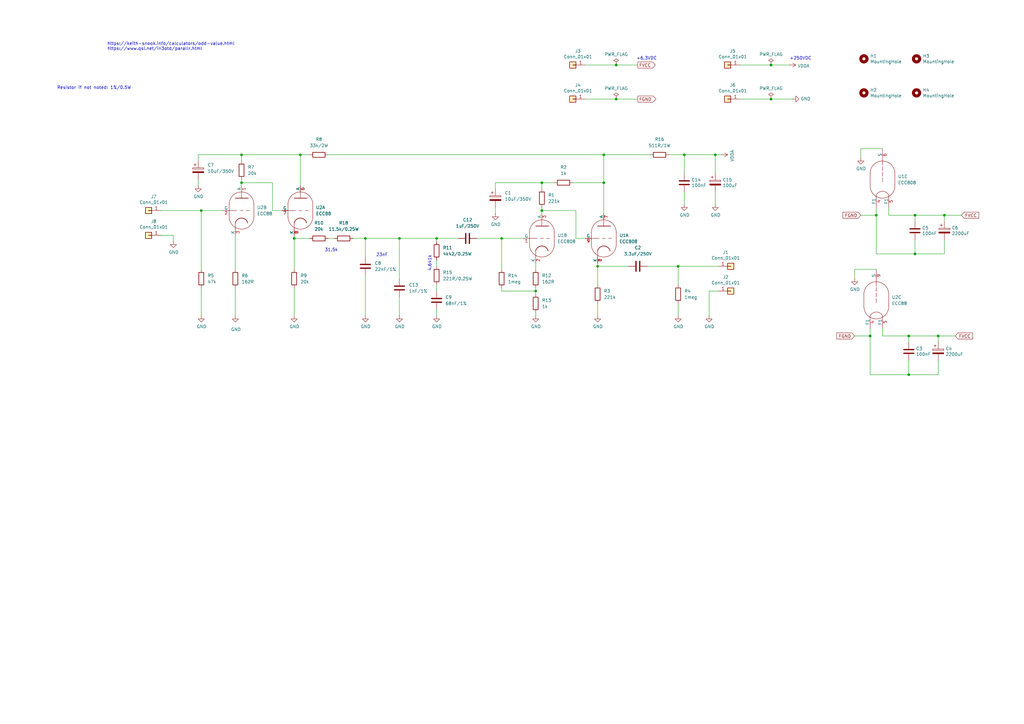
<source format=kicad_sch>
(kicad_sch (version 20231120) (generator "eeschema") (generator_version "8.0")
  (paper "A3")
  (title_block (title "Phono pre-amp MM ECC88-ECC808") (date "2024-08-13") (rev "V1"))
  (lib_symbols
    (symbol "Connector_Generic:Conn_01x01" (pin_names (offset 1.016) hide)
      (property "Reference" "J" (at 0 2.54 0))
      (property "Value" "Conn_01x01" (at 0 -2.54 0))
      (symbol "Conn_01x01_1_1"
        (rectangle (start -1.27 0.127) (end 0 -0.127) (stroke (width 0.1524)))
        (rectangle (start -1.27 1.27) (end 1.27 -1.27) (stroke (width 0.254)) (fill (type background)))
        (pin passive line (at -5.08 0 0) (length 3.81) (name "Pin_1") (number "1"))
      )
    )
    (symbol "Device:C" (pin_numbers hide) (pin_names (offset 0.254))
      (property "Reference" "C" (at 0.635 2.54 0))
      (property "Value" "C" (at 0.635 -2.54 0))
      (symbol "C_0_1"
        (polyline (pts (xy -2.032 -0.762) (xy 2.032 -0.762)) (stroke (width 0.508)))
        (polyline (pts (xy -2.032 0.762) (xy 2.032 0.762)) (stroke (width 0.508)))
      )
      (symbol "C_1_1"
        (pin passive line (at 0 3.81 270) (length 2.794) (name "~") (number "1"))
        (pin passive line (at 0 -3.81 90) (length 2.794) (name "~") (number "2"))
      )
    )
    (symbol "Device:C_Polarized" (pin_numbers hide) (pin_names (offset 0.254))
      (property "Reference" "C" (at 0.635 2.54 0))
      (property "Value" "C_Polarized" (at 0.635 -2.54 0))
      (symbol "C_Polarized_0_1"
        (rectangle (start -2.286 0.508) (end 2.286 1.016))
        (polyline (pts (xy -1.778 2.286) (xy -0.762 2.286)))
        (polyline (pts (xy -1.27 2.794) (xy -1.27 1.778)))
        (rectangle (start 2.286 -0.508) (end -2.286 -1.016) (fill (type outline)))
      )
      (symbol "C_Polarized_1_1"
        (pin passive line (at 0 3.81 270) (length 2.794) (name "~") (number "1"))
        (pin passive line (at 0 -3.81 90) (length 2.794) (name "~") (number "2"))
      )
    )
    (symbol "Device:R" (pin_numbers hide) (pin_names (offset 0))
      (property "Reference" "R" (at 2.032 0 90))
      (property "Value" "R" (at 0 0 90))
      (symbol "R_0_1"
        (rectangle (start -1.016 -2.54) (end 1.016 2.54) (stroke (width 0.254)))
      )
      (symbol "R_1_1"
        (pin passive line (at 0 3.81 270) (length 1.27) (name "~") (number "1"))
        (pin passive line (at 0 -3.81 90) (length 1.27) (name "~") (number "2"))
      )
    )
    (symbol "Mechanical:MountingHole" (pin_names (offset 1.016)) (exclude_from_sim yes) (in_bom no)
      (property "Reference" "H" (at 0 5.08 0))
      (property "Value" "MountingHole" (at 0 3.175 0))
      (symbol "MountingHole_0_1"
        (circle (center 0 0) (radius 1.27) (stroke (width 1.27)))
      )
    )
    (symbol "kicad-snk:ECC808" (pin_names (offset 0))
      (property "Reference" "U" (at 3.302 7.874 0))
      (property "Value" "ECC808" (at 8.89 -7.62 0))
      (symbol "ECC808_0_1"
        (arc (start -5.08 -2.54) (mid 0 -7.5979) (end 5.08 -2.54))
        (polyline (pts (xy 5.08 2.54) (xy 5.08 -2.54)))
        (polyline (pts (xy -5.08 2.54) (xy -5.08 -2.54) (xy -5.08 -2.54)))
        (arc (start 5.08 2.54) (mid 0 7.5979) (end -5.08 2.54))
      )
      (symbol "ECC808_1_0"
        (polyline (pts (xy -2.54 -5.08) (xy -2.54 -7.62)))
        (polyline (pts (xy 0 5.08) (xy 0 7.62)))
      )
      (symbol "ECC808_1_1"
        (polyline (pts (xy -5.08 0) (xy -3.175 0)))
        (polyline (pts (xy -1.905 0) (xy -3.175 0)) (stroke (width 0.1524)))
        (polyline (pts (xy -0.635 0) (xy 0.635 0)) (stroke (width 0.1524)))
        (polyline (pts (xy 1.905 0) (xy 3.175 0)) (stroke (width 0.1524)))
        (polyline (pts (xy -2.54 5.08) (xy 2.794 5.08) (xy 2.794 5.08)) (stroke (width 0.254)))
        (arc (start 2.54 -5.08) (mid 0 -3.0968) (end -2.54 -5.08) (stroke (width 0.254)))
        (pin output line (at 0 10.16 270) (length 2.54) (name "A") (number "7"))
        (pin bidirectional line (at -2.54 -10.16 90) (length 2.54) (name "K") (number "8"))
        (pin input line (at -7.62 0 0) (length 2.54) (name "G") (number "9"))
      )
      (symbol "ECC808_2_0"
        (polyline (pts (xy -2.54 -5.08) (xy -2.54 -7.62)))
        (polyline (pts (xy 0 5.08) (xy 0 7.62)))
      )
      (symbol "ECC808_2_1"
        (polyline (pts (xy -5.08 0) (xy -3.175 0)))
        (polyline (pts (xy -1.905 0) (xy -3.175 0)) (stroke (width 0.1524)))
        (polyline (pts (xy -0.635 0) (xy 0.635 0)) (stroke (width 0.1524)))
        (polyline (pts (xy 1.905 0) (xy 3.175 0)) (stroke (width 0.1524)))
        (polyline (pts (xy -2.54 5.08) (xy 2.794 5.08) (xy 2.794 5.08)) (stroke (width 0.254)))
        (arc (start 2.54 -5.08) (mid 0 -3.0968) (end -2.54 -5.08) (stroke (width 0.254)))
        (pin input line (at -7.62 0 0) (length 2.54) (name "G") (number "1"))
        (pin bidirectional line (at -2.54 -10.16 90) (length 2.54) (name "K") (number "2"))
        (pin output line (at 0 10.16 270) (length 2.54) (name "A") (number "3"))
      )
      (symbol "ECC808_3_1"
        (polyline (pts (xy 0 7.62) (xy 0 -1.27)) (stroke (width 0) (type dash)))
        (arc (start 2.54 -6.35) (mid 0 -4.7847) (end -2.54 -6.35))
        (pin power_in line (at -2.54 -11.43 90) (length 5.08) (name "F1") (number "4"))
        (pin power_in line (at 2.54 -11.43 90) (length 5.08) (name "F1") (number "5"))
        (pin passive line (at 0 12.7 270) (length 5.08) (name "S") (number "6"))
      )
    )
    (symbol "kicad-snk:ECC88" (pin_names (offset 0))
      (property "Reference" "U" (at 3.302 7.874 0))
      (property "Value" "ECC88" (at 8.89 -7.62 0))
      (symbol "ECC88_0_1"
        (arc (start -5.08 -2.54) (mid 0 -7.5979) (end 5.08 -2.54))
        (polyline (pts (xy 5.08 2.54) (xy 5.08 -2.54)))
        (polyline (pts (xy -5.08 2.54) (xy -5.08 -2.54) (xy -5.08 -2.54)))
        (arc (start 5.08 2.54) (mid 0 7.5979) (end -5.08 2.54))
      )
      (symbol "ECC88_1_0"
        (polyline (pts (xy -2.54 -5.08) (xy -2.54 -7.62)))
        (polyline (pts (xy 0 5.08) (xy 0 7.62)))
      )
      (symbol "ECC88_1_1"
        (polyline (pts (xy -5.08 0) (xy -3.175 0)))
        (polyline (pts (xy -1.905 0) (xy -3.175 0)) (stroke (width 0.1524)))
        (polyline (pts (xy -0.635 0) (xy 0.635 0)) (stroke (width 0.1524)))
        (polyline (pts (xy 1.905 0) (xy 3.175 0)) (stroke (width 0.1524)))
        (polyline (pts (xy -2.54 5.08) (xy 2.794 5.08) (xy 2.794 5.08)) (stroke (width 0.254)))
        (arc (start 2.54 -5.08) (mid 0 -3.0968) (end -2.54 -5.08) (stroke (width 0.254)))
        (pin output line (at 0 10.16 270) (length 2.54) (name "A") (number "6"))
        (pin input line (at -7.62 0 0) (length 2.54) (name "G") (number "7"))
        (pin bidirectional line (at -2.54 -10.16 90) (length 2.54) (name "K") (number "8"))
      )
      (symbol "ECC88_2_0"
        (polyline (pts (xy -2.54 -5.08) (xy -2.54 -7.62)))
        (polyline (pts (xy 0 5.08) (xy 0 7.62)))
      )
      (symbol "ECC88_2_1"
        (polyline (pts (xy -5.08 0) (xy -3.175 0)))
        (polyline (pts (xy -1.905 0) (xy -3.175 0)) (stroke (width 0.1524)))
        (polyline (pts (xy -0.635 0) (xy 0.635 0)) (stroke (width 0.1524)))
        (polyline (pts (xy 1.905 0) (xy 3.175 0)) (stroke (width 0.1524)))
        (polyline (pts (xy -2.54 5.08) (xy 2.794 5.08) (xy 2.794 5.08)) (stroke (width 0.254)))
        (arc (start 2.54 -5.08) (mid 0 -3.0968) (end -2.54 -5.08) (stroke (width 0.254)))
        (pin output line (at 0 10.16 270) (length 2.54) (name "A") (number "1"))
        (pin input line (at -7.62 0 0) (length 2.54) (name "G") (number "2"))
        (pin bidirectional line (at -2.54 -10.16 90) (length 2.54) (name "K") (number "3"))
      )
      (symbol "ECC88_3_1"
        (polyline (pts (xy 0 7.62) (xy 0 -1.27)) (stroke (width 0) (type dash)))
        (arc (start 2.54 -6.35) (mid 0 -4.7847) (end -2.54 -6.35))
        (pin power_in line (at -2.54 -11.43 90) (length 5.08) (name "F1") (number "4"))
        (pin power_in line (at 2.54 -11.43 90) (length 5.08) (name "F1") (number "5"))
        (pin passive line (at 0 12.7 270) (length 5.08) (name "S") (number "9"))
      )
    )
    (symbol "power:GND" (power) (pin_numbers hide) (pin_names (offset 0) hide)
      (property "Value" "GND" (at 0 -3.81 0))
      (symbol "GND_0_1"
        (polyline (pts (xy 0 0) (xy 0 -1.27) (xy 1.27 -1.27) (xy 0 -2.54) (xy -1.27 -1.27) (xy 0 -1.27)))
      )
      (symbol "GND_1_1"
        (pin power_in line (at 0 0 270) (length 0) (name "~") (number "1"))
      )
    )
    (symbol "power:PWR_FLAG" (power) (pin_numbers hide) (pin_names (offset 0) hide)
      (property "Value" "PWR_FLAG" (at 0 3.81 0))
      (symbol "PWR_FLAG_0_0"
        (pin power_out line (at 0 0 90) (length 0) (name "~") (number "1"))
      )
      (symbol "PWR_FLAG_0_1"
        (polyline (pts (xy 0 0) (xy 0 1.27) (xy -1.016 1.905) (xy 0 2.54) (xy 1.016 1.905) (xy 0 1.27)))
      )
    )
    (symbol "power:VDDA" (power) (pin_numbers hide) (pin_names (offset 0) hide)
      (property "Value" "VDDA" (at 0 3.556 0))
      (symbol "VDDA_0_1"
        (polyline (pts (xy -0.762 1.27) (xy 0 2.54)))
        (polyline (pts (xy 0 0) (xy 0 2.54)))
        (polyline (pts (xy 0 2.54) (xy 0.762 1.27)))
      )
      (symbol "VDDA_1_1"
        (pin power_in line (at 0 0 90) (length 0) (name "~") (number "1"))
      )
    )
  )
  (junction (at 99.06 63.5))
  (junction (at 120.65 97.79))
  (junction (at 245.11 109.22))
  (junction (at 375.285 88.265))
  (junction (at 356.87 137.795))
  (junction (at 384.81 137.795))
  (junction (at 222.25 74.93))
  (junction (at 247.65 74.93))
  (junction (at 387.35 88.265))
  (junction (at 375.285 104.14))
  (junction (at 316.23 40.64))
  (junction (at 219.71 119.38))
  (junction (at 280.67 63.5))
  (junction (at 316.23 26.67))
  (junction (at 252.73 40.64))
  (junction (at 222.25 86.36))
  (junction (at 163.83 97.79))
  (junction (at 179.07 97.79))
  (junction (at 252.73 26.67))
  (junction (at 123.19 63.5))
  (junction (at 372.745 137.795))
  (junction (at 372.745 153.67))
  (junction (at 359.41 88.265))
  (junction (at 82.55 86.36))
  (junction (at 278.13 109.22))
  (junction (at 99.06 74.93))
  (junction (at 205.74 97.79))
  (junction (at 149.86 97.79))
  (junction (at 247.65 63.5))
  (junction (at 293.37 63.5))
  (wire (pts (xy 203.2 77.47) (xy 203.2 74.93)))
  (wire (pts (xy 203.2 74.93) (xy 222.25 74.93)))
  (wire (pts (xy 364.49 88.265) (xy 375.285 88.265)))
  (wire (pts (xy 163.83 97.79) (xy 149.86 97.79)))
  (wire (pts (xy 280.67 71.12) (xy 280.67 63.5)))
  (wire (pts (xy 375.285 88.265) (xy 387.35 88.265)))
  (wire (pts (xy 359.41 104.14) (xy 375.285 104.14)))
  (wire (pts (xy 290.83 119.38) (xy 290.83 129.54)))
  (wire (pts (xy 163.83 97.79) (xy 179.07 97.79)))
  (wire (pts (xy 350.52 137.795) (xy 356.87 137.795)))
  (wire (pts (xy 350.52 114.3) (xy 350.52 110.49)))
  (wire (pts (xy 293.37 63.5) (xy 293.37 71.12)))
  (wire (pts (xy 179.07 106.68) (xy 179.07 109.22)))
  (wire (pts (xy 252.73 26.67) (xy 240.03 26.67)))
  (wire (pts (xy 144.78 97.79) (xy 149.86 97.79)))
  (wire (pts (xy 123.19 63.5) (xy 99.06 63.5)))
  (wire (pts (xy 222.25 85.09) (xy 222.25 86.36)))
  (wire (pts (xy 316.23 26.67) (xy 303.53 26.67)))
  (wire (pts (xy 81.28 66.04) (xy 81.28 63.5)))
  (wire (pts (xy 82.55 86.36) (xy 82.55 110.49)))
  (wire (pts (xy 290.83 119.38) (xy 294.64 119.38)))
  (wire (pts (xy 222.25 86.36) (xy 236.22 86.36)))
  (wire (pts (xy 134.62 63.5) (xy 247.65 63.5)))
  (wire (pts (xy 179.07 97.79) (xy 179.07 99.06)))
  (wire (pts (xy 356.87 137.795) (xy 356.87 153.67)))
  (wire (pts (xy 356.87 137.795) (xy 356.87 134.62)))
  (wire (pts (xy 247.65 74.93) (xy 247.65 63.5)))
  (wire (pts (xy 316.23 40.64) (xy 325.12 40.64)))
  (wire (pts (xy 236.22 97.79) (xy 236.22 86.36)))
  (wire (pts (xy 120.65 97.79) (xy 127 97.79)))
  (wire (pts (xy 245.11 124.46) (xy 245.11 129.54)))
  (wire (pts (xy 115.57 86.36) (xy 111.76 86.36)))
  (wire (pts (xy 66.04 86.36) (xy 82.55 86.36)))
  (wire (pts (xy 120.65 118.11) (xy 120.65 129.54)))
  (wire (pts (xy 278.13 124.46) (xy 278.13 129.54)))
  (wire (pts (xy 96.52 118.11) (xy 96.52 129.54)))
  (wire (pts (xy 120.65 97.79) (xy 120.65 110.49)))
  (wire (pts (xy 99.06 73.66) (xy 99.06 74.93)))
  (wire (pts (xy 323.85 26.67) (xy 316.23 26.67)))
  (wire (pts (xy 205.74 118.11) (xy 205.74 119.38)))
  (wire (pts (xy 375.285 98.425) (xy 375.285 104.14)))
  (wire (pts (xy 359.41 88.265) (xy 359.41 104.14)))
  (wire (pts (xy 81.28 73.66) (xy 81.28 76.2)))
  (wire (pts (xy 387.35 88.265) (xy 394.335 88.265)))
  (wire (pts (xy 219.71 128.27) (xy 219.71 129.54)))
  (wire (pts (xy 179.07 97.79) (xy 187.96 97.79)))
  (wire (pts (xy 219.71 118.11) (xy 219.71 119.38)))
  (wire (pts (xy 387.35 104.14) (xy 375.285 104.14)))
  (wire (pts (xy 278.13 109.22) (xy 294.64 109.22)))
  (wire (pts (xy 265.43 109.22) (xy 278.13 109.22)))
  (wire (pts (xy 247.65 87.63) (xy 247.65 74.93)))
  (wire (pts (xy 361.95 137.795) (xy 372.745 137.795)))
  (wire (pts (xy 245.11 109.22) (xy 257.81 109.22)))
  (wire (pts (xy 111.76 86.36) (xy 111.76 74.93)))
  (wire (pts (xy 303.53 40.64) (xy 316.23 40.64)))
  (wire (pts (xy 245.11 109.22) (xy 245.11 116.84)))
  (wire (pts (xy 353.06 64.77) (xy 353.06 60.96)))
  (wire (pts (xy 350.52 110.49) (xy 359.41 110.49)))
  (wire (pts (xy 387.35 98.425) (xy 387.35 104.14)))
  (wire (pts (xy 205.74 97.79) (xy 214.63 97.79)))
  (wire (pts (xy 356.87 153.67) (xy 372.745 153.67)))
  (wire (pts (xy 163.83 114.3) (xy 163.83 97.79)))
  (wire (pts (xy 82.55 118.11) (xy 82.55 129.54)))
  (wire (pts (xy 222.25 77.47) (xy 222.25 74.93)))
  (wire (pts (xy 372.745 147.955) (xy 372.745 153.67)))
  (wire (pts (xy 222.25 74.93) (xy 227.33 74.93)))
  (wire (pts (xy 384.81 137.795) (xy 384.81 140.335)))
  (wire (pts (xy 274.32 63.5) (xy 280.67 63.5)))
  (wire (pts (xy 149.86 113.03) (xy 149.86 129.54)))
  (wire (pts (xy 120.65 96.52) (xy 120.65 97.79)))
  (wire (pts (xy 222.25 86.36) (xy 222.25 87.63)))
  (wire (pts (xy 387.35 88.265) (xy 387.35 90.805)))
  (wire (pts (xy 219.71 119.38) (xy 219.71 120.65)))
  (wire (pts (xy 361.95 137.795) (xy 361.95 134.62)))
  (wire (pts (xy 71.12 96.52) (xy 66.04 96.52)))
  (wire (pts (xy 384.81 137.795) (xy 391.795 137.795)))
  (wire (pts (xy 203.2 85.09) (xy 203.2 87.63)))
  (wire (pts (xy 353.06 60.96) (xy 361.95 60.96)))
  (wire (pts (xy 245.11 107.95) (xy 245.11 109.22)))
  (wire (pts (xy 384.81 153.67) (xy 372.745 153.67)))
  (wire (pts (xy 82.55 86.36) (xy 91.44 86.36)))
  (wire (pts (xy 359.41 88.265) (xy 359.41 85.09)))
  (wire (pts (xy 384.81 147.955) (xy 384.81 153.67)))
  (wire (pts (xy 375.285 88.265) (xy 375.285 90.805)))
  (wire (pts (xy 71.12 96.52) (xy 71.12 99.06)))
  (wire (pts (xy 280.67 83.82) (xy 280.67 78.74)))
  (wire (pts (xy 127 63.5) (xy 123.19 63.5)))
  (wire (pts (xy 293.37 83.82) (xy 293.37 78.74)))
  (wire (pts (xy 96.52 96.52) (xy 96.52 110.49)))
  (wire (pts (xy 219.71 107.95) (xy 219.71 110.49)))
  (wire (pts (xy 134.62 97.79) (xy 137.16 97.79)))
  (wire (pts (xy 111.76 74.93) (xy 99.06 74.93)))
  (wire (pts (xy 293.37 63.5) (xy 295.91 63.5)))
  (wire (pts (xy 364.49 88.265) (xy 364.49 85.09)))
  (wire (pts (xy 278.13 109.22) (xy 278.13 116.84)))
  (wire (pts (xy 99.06 63.5) (xy 99.06 66.04)))
  (wire (pts (xy 372.745 137.795) (xy 384.81 137.795)))
  (wire (pts (xy 372.745 137.795) (xy 372.745 140.335)))
  (wire (pts (xy 205.74 97.79) (xy 205.74 110.49)))
  (wire (pts (xy 234.95 74.93) (xy 247.65 74.93)))
  (wire (pts (xy 195.58 97.79) (xy 205.74 97.79)))
  (wire (pts (xy 149.86 105.41) (xy 149.86 97.79)))
  (wire (pts (xy 280.67 63.5) (xy 293.37 63.5)))
  (wire (pts (xy 99.06 74.93) (xy 99.06 76.2)))
  (wire (pts (xy 179.07 116.84) (xy 179.07 119.38)))
  (wire (pts (xy 123.19 63.5) (xy 123.19 76.2)))
  (wire (pts (xy 252.73 40.64) (xy 261.62 40.64)))
  (wire (pts (xy 163.83 121.92) (xy 163.83 129.54)))
  (wire (pts (xy 353.06 88.265) (xy 359.41 88.265)))
  (wire (pts (xy 179.07 127) (xy 179.07 129.54)))
  (wire (pts (xy 252.73 26.67) (xy 261.62 26.67)))
  (wire (pts (xy 81.28 63.5) (xy 99.06 63.5)))
  (wire (pts (xy 205.74 119.38) (xy 219.71 119.38)))
  (wire (pts (xy 240.03 40.64) (xy 252.73 40.64)))
  (wire (pts (xy 240.03 97.79) (xy 236.22 97.79)))
  (wire (pts (xy 247.65 63.5) (xy 266.7 63.5)))
  (text "23nF" (at 156.718 104.648 0) (effects (font (size 1.27 1.27))))
  (text "+250VDC" (at 323.85 24.765 0) (effects (font (size 1.27 1.27)) (justify left bottom)))
  (text "4.641k" (at 176.276 107.95 90) (effects (font (size 1.27 1.27))))
  (text "Resistor if not noted: 1%/0.5W" (at 38.608 36.068 0) (effects (font (size 1.27 1.27))))
  (text "31.5k" (at 135.89 102.616 0) (effects (font (size 1.27 1.27))))
  (text "https://keith-snook.info/calculators/odd-value.html\nhttps://www.qsl.net/in3otd/parallr.html" (at 43.942 19.05 0) (effects (font (size 1.27 1.27)) (justify left)))
  (text "+6.3VDC" (at 260.985 24.765 0) (effects (font (size 1.27 1.27)) (justify left bottom)))
  (global_label "FGND" (shape input) (at 353.06 88.265 180) (property "Intersheetrefs" "${INTERSHEET_REFS}" (effects (hide yes))))
  (global_label "FVCC" (shape input) (at 391.795 137.795 0) (property "Intersheetrefs" "${INTERSHEET_REFS}" (effects (hide yes))))
  (global_label "FGND" (shape output) (at 261.62 40.64 0) (property "Intersheetrefs" "${INTERSHEET_REFS}" (effects (hide yes))))
  (global_label "FVCC" (shape output) (at 261.62 26.67 0) (property "Intersheetrefs" "${INTERSHEET_REFS}" (effects (hide yes))))
  (global_label "FGND" (shape input) (at 350.52 137.795 180) (property "Intersheetrefs" "${INTERSHEET_REFS}" (effects (hide yes))))
  (global_label "FVCC" (shape input) (at 394.335 88.265 0) (property "Intersheetrefs" "${INTERSHEET_REFS}" (effects (hide yes))))
  (symbol (lib_id "Connector_Generic:Conn_01x01") (at 298.45 40.64 180) (unit 1)
    (property "Reference" "J6" (at 300.5328 34.925 0))
    (property "Value" "Conn_01x01" (at 300.5328 37.2364 0))
    (property "Footprint" "Connector_Pin:Pin_D1.3mm_L11.0mm" (effects (hide yes)))
    (property "Description" "Generic connector, single row, 01x01, script generated (kicad-library-utils/schlib/autogen/connector/)" (effects (hide yes)))
  )
  (symbol (lib_id "power:GND") (at 245.11 129.54 0) (unit 1)
    (property "Reference" "#PWR018" (effects (hide yes)))
    (property "Value" "GND" (at 245.237 133.9342 0))
    (property "Description" "Power symbol creates a global label with name \"GND\" , ground" (effects (hide yes)))
  )
  (symbol (lib_id "Connector_Generic:Conn_01x01") (at 234.95 26.67 180) (unit 1)
    (property "Reference" "J3" (at 237.0328 20.955 0))
    (property "Value" "Conn_01x01" (at 237.0328 23.2664 0))
    (property "Footprint" "Connector_Pin:Pin_D1.3mm_L11.0mm" (effects (hide yes)))
    (property "Description" "Generic connector, single row, 01x01, script generated (kicad-library-utils/schlib/autogen/connector/)" (effects (hide yes)))
  )
  (symbol (lib_id "Device:C") (at 261.62 109.22 90) (unit 1)
    (property "Reference" "C2" (at 261.62 101.6 90))
    (property "Value" "3.3uF/250V" (at 261.62 104.14 90))
    (property "Footprint" "Capacitor_THT:C_Rect_L31.5mm_W13.0mm_P27.50mm_MKS4" (effects (hide yes)))
    (property "Description" "Unpolarized capacitor" (effects (hide yes)))
  )
  (symbol (lib_id "power:GND") (at 293.37 83.82 0) (unit 1)
    (property "Reference" "#PWR022" (effects (hide yes)))
    (property "Value" "GND" (at 293.497 88.2142 0))
    (property "Description" "Power symbol creates a global label with name \"GND\" , ground" (effects (hide yes)))
  )
  (symbol (lib_id "Device:R") (at 82.55 114.3 0) (unit 1)
    (property "Reference" "R5" (at 85.09 113.0299 0) (effects (justify left)))
    (property "Value" "47k" (at 85.09 115.5699 0) (effects (justify left)))
    (property "Footprint" "Resistor_THT:R_Axial_DIN0207_L6.3mm_D2.5mm_P10.16mm_Horizontal" (effects (hide yes)))
    (property "Description" "Resistor" (effects (hide yes)))
  )
  (symbol (lib_id "Device:R") (at 222.25 81.28 0) (unit 1)
    (property "Reference" "R1" (at 224.79 80.0099 0) (effects (justify left)))
    (property "Value" "221k" (at 224.79 82.5499 0) (effects (justify left)))
    (property "Footprint" "Resistor_THT:R_Axial_DIN0207_L6.3mm_D2.5mm_P10.16mm_Horizontal" (effects (hide yes)))
    (property "Description" "Resistor" (effects (hide yes)))
  )
  (symbol (lib_id "Device:C_Polarized") (at 293.37 74.93 0) (unit 1)
    (property "Reference" "C15" (at 296.3672 73.7616 0) (effects (justify left)))
    (property "Value" "100uF" (at 296.3672 76.073 0) (effects (justify left)))
    (property "Footprint" "Capacitor_THT:CP_Radial_D18.0mm_P7.50mm" (effects (hide yes)))
    (property "Description" "Polarized capacitor" (effects (hide yes)))
  )
  (symbol (lib_id "power:GND") (at 219.71 129.54 0) (unit 1)
    (property "Reference" "#PWR017" (effects (hide yes)))
    (property "Value" "GND" (at 219.837 133.9342 0))
    (property "Description" "Power symbol creates a global label with name \"GND\" , ground" (effects (hide yes)))
  )
  (symbol (lib_id "Connector_Generic:Conn_01x01") (at 234.95 40.64 180) (unit 1)
    (property "Reference" "J4" (at 237.0328 34.925 0))
    (property "Value" "Conn_01x01" (at 237.0328 37.2364 0))
    (property "Footprint" "Connector_Pin:Pin_D1.3mm_L11.0mm" (effects (hide yes)))
    (property "Description" "Generic connector, single row, 01x01, script generated (kicad-library-utils/schlib/autogen/connector/)" (effects (hide yes)))
  )
  (symbol (lib_id "Device:R") (at 96.52 114.3 0) (unit 1)
    (property "Reference" "R6" (at 99.06 113.0299 0) (effects (justify left)))
    (property "Value" "162R" (at 99.06 115.5699 0) (effects (justify left)))
    (property "Footprint" "Resistor_THT:R_Axial_DIN0207_L6.3mm_D2.5mm_P10.16mm_Horizontal" (effects (hide yes)))
    (property "Description" "Resistor" (effects (hide yes)))
  )
  (symbol (lib_id "Device:C") (at 372.745 144.145 0) (unit 1)
    (property "Reference" "C3" (at 375.666 142.9766 0) (effects (justify left)))
    (property "Value" "100nF" (at 375.666 145.288 0) (effects (justify left)))
    (property "Footprint" "Capacitor_THT:C_Rect_L7.2mm_W2.5mm_P5.00mm_FKS2_FKP2_MKS2_MKP2" (effects (hide yes)))
    (property "Description" "Unpolarized capacitor" (effects (hide yes)))
  )
  (symbol (lib_id "Device:R") (at 120.65 114.3 0) (unit 1)
    (property "Reference" "R9" (at 123.19 113.0299 0) (effects (justify left)))
    (property "Value" "20k" (at 123.19 115.5699 0) (effects (justify left)))
    (property "Footprint" "Resistor_THT:R_Axial_DIN0207_L6.3mm_D2.5mm_P10.16mm_Horizontal" (effects (hide yes)))
    (property "Description" "Resistor" (effects (hide yes)))
  )
  (symbol (lib_id "power:GND") (at 163.83 129.54 0) (unit 1)
    (property "Reference" "#PWR014" (effects (hide yes)))
    (property "Value" "GND" (at 163.957 133.9342 0))
    (property "Description" "Power symbol creates a global label with name \"GND\" , ground" (effects (hide yes)))
  )
  (symbol (lib_id "power:PWR_FLAG") (at 316.23 40.64 0) (unit 1)
    (property "Reference" "#FLG04" (effects (hide yes)))
    (property "Value" "PWR_FLAG" (at 316.23 36.2458 0))
    (property "Description" "Special symbol for telling ERC where power comes from" (effects (hide yes)))
  )
  (symbol (lib_id "power:GND") (at 280.67 83.82 0) (unit 1)
    (property "Reference" "#PWR021" (effects (hide yes)))
    (property "Value" "GND" (at 280.797 88.2142 0))
    (property "Description" "Power symbol creates a global label with name \"GND\" , ground" (effects (hide yes)))
  )
  (symbol (lib_id "power:GND") (at 82.55 129.54 0) (unit 1)
    (property "Reference" "#PWR07" (effects (hide yes)))
    (property "Value" "GND" (at 82.677 133.9342 0))
    (property "Description" "Power symbol creates a global label with name \"GND\" , ground" (effects (hide yes)))
  )
  (symbol (lib_id "Connector_Generic:Conn_01x01") (at 60.96 86.36 180) (unit 1)
    (property "Reference" "J7" (at 63.0428 80.645 0))
    (property "Value" "Conn_01x01" (at 63.0428 82.9564 0))
    (property "Footprint" "Connector_Pin:Pin_D1.0mm_L10.0mm" (effects (hide yes)))
    (property "Description" "Generic connector, single row, 01x01, script generated (kicad-library-utils/schlib/autogen/connector/)" (effects (hide yes)))
  )
  (symbol (lib_id "Device:R") (at 278.13 120.65 0) (unit 1)
    (property "Reference" "R4" (at 280.67 119.3799 0) (effects (justify left)))
    (property "Value" "1meg" (at 280.67 121.9199 0) (effects (justify left)))
    (property "Footprint" "Resistor_THT:R_Axial_DIN0207_L6.3mm_D2.5mm_P10.16mm_Horizontal" (effects (hide yes)))
    (property "Description" "Resistor" (effects (hide yes)))
  )
  (symbol (lib_id "kicad-snk:ECC88") (at 99.06 86.36 0) (unit 2)
    (property "Reference" "U2" (at 105.41 85.0899 0) (effects (justify left)))
    (property "Value" "ECC88" (at 105.41 87.6299 0) (effects (justify left)))
    (property "Footprint" "kicad-snk:TubeNoval-ECC88" (effects (hide yes)))
    (property "Datasheet" "https://frank.pocnet.net/sheets/009/e/E88CC.pdf" (effects (hide yes)))
    (property "Description" "double triode" (effects (hide yes)))
  )
  (symbol (lib_id "Device:R") (at 245.11 120.65 0) (unit 1)
    (property "Reference" "R3" (at 247.65 119.3799 0) (effects (justify left)))
    (property "Value" "221k" (at 247.65 121.9199 0) (effects (justify left)))
    (property "Footprint" "Resistor_THT:R_Axial_DIN0207_L6.3mm_D2.5mm_P10.16mm_Horizontal" (effects (hide yes)))
    (property "Description" "Resistor" (effects (hide yes)))
  )
  (symbol (lib_id "power:GND") (at 325.12 40.64 90) (unit 1)
    (property "Reference" "#PWR03" (effects (hide yes)))
    (property "Value" "GND" (at 328.3712 40.513 90) (effects (justify right)))
    (property "Description" "Power symbol creates a global label with name \"GND\" , ground" (effects (hide yes)))
  )
  (symbol (lib_id "power:VDDA") (at 323.85 26.67 270) (unit 1)
    (property "Reference" "#PWR02" (effects (hide yes)))
    (property "Value" "VDDA" (at 327.1012 27.051 90) (effects (justify left)))
    (property "Description" "Power symbol creates a global label with name \"VDDA\"" (effects (hide yes)))
  )
  (symbol (lib_id "power:PWR_FLAG") (at 252.73 40.64 0) (unit 1)
    (property "Reference" "#FLG02" (effects (hide yes)))
    (property "Value" "PWR_FLAG" (at 252.73 36.2458 0))
    (property "Description" "Special symbol for telling ERC where power comes from" (effects (hide yes)))
  )
  (symbol (lib_id "kicad-snk:ECC88") (at 359.41 123.19 0) (unit 3)
    (property "Reference" "U2" (at 365.76 121.9088 0) (effects (justify left)))
    (property "Value" "ECC88" (at 365.76 124.4488 0) (effects (justify left)))
    (property "Footprint" "kicad-snk:TubeNoval-ECC88" (effects (hide yes)))
    (property "Datasheet" "https://frank.pocnet.net/sheets/009/e/E88CC.pdf" (effects (hide yes)))
    (property "Description" "double triode" (effects (hide yes)))
  )
  (symbol (lib_id "power:GND") (at 290.83 129.54 0) (unit 1)
    (property "Reference" "#PWR01" (effects (hide yes)))
    (property "Value" "GND" (at 290.957 133.9342 0))
    (property "Description" "Power symbol creates a global label with name \"GND\" , ground" (effects (hide yes)))
  )
  (symbol (lib_id "power:GND") (at 353.06 64.77 0) (unit 1)
    (property "Reference" "#PWR05" (effects (hide yes)))
    (property "Value" "GND" (at 353.187 69.1642 0))
    (property "Description" "Power symbol creates a global label with name \"GND\" , ground" (effects (hide yes)))
  )
  (symbol (lib_id "power:GND") (at 278.13 129.54 0) (unit 1)
    (property "Reference" "#PWR019" (effects (hide yes)))
    (property "Value" "GND" (at 278.257 133.9342 0))
    (property "Description" "Power symbol creates a global label with name \"GND\" , ground" (effects (hide yes)))
  )
  (symbol (lib_id "Device:C") (at 375.285 94.615 0) (unit 1)
    (property "Reference" "C5" (at 378.206 93.4466 0) (effects (justify left)))
    (property "Value" "100nF" (at 378.206 95.758 0) (effects (justify left)))
    (property "Footprint" "Capacitor_THT:C_Rect_L7.2mm_W2.5mm_P5.00mm_FKS2_FKP2_MKS2_MKP2" (effects (hide yes)))
    (property "Description" "Unpolarized capacitor" (effects (hide yes)))
  )
  (symbol (lib_id "Device:C_Polarized") (at 384.81 144.145 0) (unit 1)
    (property "Reference" "C4" (at 387.8072 142.9766 0) (effects (justify left)))
    (property "Value" "2200uF" (at 387.8072 145.288 0) (effects (justify left)))
    (property "Footprint" "Capacitor_THT:CP_Radial_D16.0mm_P7.50mm" (effects (hide yes)))
    (property "Description" "Polarized capacitor" (effects (hide yes)))
  )
  (symbol (lib_id "Mechanical:MountingHole") (at 354.33 38.1 0) (unit 1)
    (property "Reference" "H2" (at 356.87 36.9316 0) (effects (justify left)))
    (property "Value" "MountingHole" (at 356.87 39.243 0) (effects (justify left)))
    (property "Footprint" "MountingHole:MountingHole_3.2mm_M3_Pad_Via" (effects (hide yes)))
    (property "Description" "Mounting Hole without connection" (effects (hide yes)))
  )
  (symbol (lib_id "Mechanical:MountingHole") (at 354.33 24.13 0) (unit 1)
    (property "Reference" "H1" (at 356.87 22.9616 0) (effects (justify left)))
    (property "Value" "MountingHole" (at 356.87 25.273 0) (effects (justify left)))
    (property "Footprint" "MountingHole:MountingHole_3.2mm_M3_Pad_Via" (effects (hide yes)))
    (property "Description" "Mounting Hole without connection" (effects (hide yes)))
  )
  (symbol (lib_id "power:PWR_FLAG") (at 316.23 26.67 0) (unit 1)
    (property "Reference" "#FLG03" (effects (hide yes)))
    (property "Value" "PWR_FLAG" (at 316.23 22.2758 0))
    (property "Description" "Special symbol for telling ERC where power comes from" (effects (hide yes)))
  )
  (symbol (lib_id "Mechanical:MountingHole") (at 375.92 38.1 0) (unit 1)
    (property "Reference" "H4" (at 378.46 36.9316 0) (effects (justify left)))
    (property "Value" "MountingHole" (at 378.46 39.243 0) (effects (justify left)))
    (property "Footprint" "MountingHole:MountingHole_3.2mm_M3_Pad_Via" (effects (hide yes)))
    (property "Description" "Mounting Hole without connection" (effects (hide yes)))
  )
  (symbol (lib_id "Device:R") (at 231.14 74.93 90) (unit 1)
    (property "Reference" "R2" (at 231.14 68.58 90))
    (property "Value" "1k" (at 231.14 71.12 90))
    (property "Footprint" "Resistor_THT:R_Axial_DIN0207_L6.3mm_D2.5mm_P10.16mm_Horizontal" (effects (hide yes)))
    (property "Description" "Resistor" (effects (hide yes)))
  )
  (symbol (lib_id "Connector_Generic:Conn_01x01") (at 299.72 119.38 0) (mirror x) (unit 1)
    (property "Reference" "J2" (at 297.6372 113.665 0))
    (property "Value" "Conn_01x01" (at 297.6372 115.9764 0))
    (property "Footprint" "Connector_Pin:Pin_D1.0mm_L10.0mm" (effects (hide yes)))
    (property "Description" "Generic connector, single row, 01x01, script generated (kicad-library-utils/schlib/autogen/connector/)" (effects (hide yes)))
  )
  (symbol (lib_id "Connector_Generic:Conn_01x01") (at 299.72 109.22 0) (mirror x) (unit 1)
    (property "Reference" "J1" (at 297.6372 103.505 0))
    (property "Value" "Conn_01x01" (at 297.6372 105.8164 0))
    (property "Footprint" "Connector_Pin:Pin_D1.0mm_L10.0mm" (effects (hide yes)))
    (property "Description" "Generic connector, single row, 01x01, script generated (kicad-library-utils/schlib/autogen/connector/)" (effects (hide yes)))
  )
  (symbol (lib_id "Device:R") (at 140.97 97.79 90) (unit 1)
    (property "Reference" "R18" (at 140.97 91.44 90))
    (property "Value" "11.5k/0.25W" (at 140.97 93.98 90))
    (property "Footprint" "Resistor_THT:R_Axial_DIN0207_L6.3mm_D2.5mm_P10.16mm_Horizontal" (effects (hide yes)))
    (property "Description" "Resistor" (effects (hide yes)))
  )
  (symbol (lib_id "Device:C_Polarized") (at 387.35 94.615 0) (unit 1)
    (property "Reference" "C6" (at 390.3472 93.4466 0) (effects (justify left)))
    (property "Value" "2200uF" (at 390.3472 95.758 0) (effects (justify left)))
    (property "Footprint" "Capacitor_THT:CP_Radial_D16.0mm_P7.50mm" (effects (hide yes)))
    (property "Description" "Polarized capacitor" (effects (hide yes)))
  )
  (symbol (lib_id "power:GND") (at 149.86 129.54 0) (unit 1)
    (property "Reference" "#PWR015" (effects (hide yes)))
    (property "Value" "GND" (at 149.987 133.9342 0))
    (property "Description" "Power symbol creates a global label with name \"GND\" , ground" (effects (hide yes)))
  )
  (symbol (lib_id "kicad-snk:ECC808") (at 247.65 97.79 0) (unit 1)
    (property "Reference" "U1" (at 254 96.5199 0) (effects (justify left)))
    (property "Value" "ECC808" (at 254 99.0599 0) (effects (justify left)))
    (property "Footprint" "kicad-snk:TubeNoval-ECC88" (effects (hide yes)))
    (property "Datasheet" "https://frank.pocnet.net/sheets/124/e/ECC808.pdf" (effects (hide yes)))
    (property "Description" "double triode" (effects (hide yes)))
  )
  (symbol (lib_id "power:GND") (at 81.28 76.2 0) (unit 1)
    (property "Reference" "#PWR09" (effects (hide yes)))
    (property "Value" "GND" (at 81.407 80.5942 0))
    (property "Description" "Power symbol creates a global label with name \"GND\" , ground" (effects (hide yes)))
  )
  (symbol (lib_id "Device:R") (at 270.51 63.5 90) (unit 1)
    (property "Reference" "R16" (at 270.51 57.15 90))
    (property "Value" "511R/1W" (at 270.51 59.69 90))
    (property "Footprint" "Resistor_THT:R_Axial_DIN0207_L6.3mm_D2.5mm_P10.16mm_Horizontal" (effects (hide yes)))
    (property "Description" "Resistor" (effects (hide yes)))
  )
  (symbol (lib_id "Device:C") (at 149.86 109.22 180) (unit 1)
    (property "Reference" "C8" (at 153.67 107.9499 0) (effects (justify right)))
    (property "Value" "22nF/1%" (at 153.67 110.4899 0) (effects (justify right)))
    (property "Footprint" "Capacitor_THT:C_Rect_L7.2mm_W5.5mm_P5.00mm_FKS2_FKP2_MKS2_MKP2" (effects (hide yes)))
    (property "Description" "Unpolarized capacitor" (effects (hide yes)))
  )
  (symbol (lib_id "Device:R") (at 99.06 69.85 0) (unit 1)
    (property "Reference" "R7" (at 101.6 68.5799 0) (effects (justify left)))
    (property "Value" "20k" (at 101.6 71.1199 0) (effects (justify left)))
    (property "Footprint" "Resistor_THT:R_Axial_DIN0207_L6.3mm_D2.5mm_P10.16mm_Horizontal" (effects (hide yes)))
    (property "Description" "Resistor" (effects (hide yes)))
  )
  (symbol (lib_id "power:GND") (at 96.52 129.54 0) (unit 1)
    (property "Reference" "#PWR08" (effects (hide yes)))
    (property "Value" "GND" (at 96.774 135.128 0))
    (property "Description" "Power symbol creates a global label with name \"GND\" , ground" (effects (hide yes)))
  )
  (symbol (lib_id "Connector_Generic:Conn_01x01") (at 60.96 96.52 180) (unit 1)
    (property "Reference" "J8" (at 63.0428 90.805 0))
    (property "Value" "Conn_01x01" (at 63.0428 93.1164 0))
    (property "Footprint" "Connector_Pin:Pin_D1.0mm_L10.0mm" (effects (hide yes)))
    (property "Description" "Generic connector, single row, 01x01, script generated (kicad-library-utils/schlib/autogen/connector/)" (effects (hide yes)))
  )
  (symbol (lib_id "Device:C") (at 163.83 118.11 180) (unit 1)
    (property "Reference" "C13" (at 167.64 116.8399 0) (effects (justify right)))
    (property "Value" "1nF/1%" (at 167.64 119.3799 0) (effects (justify right)))
    (property "Footprint" "Capacitor_THT:C_Rect_L7.2mm_W5.5mm_P5.00mm_FKS2_FKP2_MKS2_MKP2" (effects (hide yes)))
    (property "Description" "Unpolarized capacitor" (effects (hide yes)))
  )
  (symbol (lib_id "power:GND") (at 179.07 129.54 0) (unit 1)
    (property "Reference" "#PWR013" (effects (hide yes)))
    (property "Value" "GND" (at 179.197 133.9342 0))
    (property "Description" "Power symbol creates a global label with name \"GND\" , ground" (effects (hide yes)))
  )
  (symbol (lib_id "kicad-snk:ECC88") (at 123.19 86.36 0) (unit 1)
    (property "Reference" "U2" (at 129.54 85.0899 0) (effects (justify left)))
    (property "Value" "ECC88" (at 129.54 87.6299 0) (effects (justify left)))
    (property "Footprint" "kicad-snk:TubeNoval-ECC88" (effects (hide yes)))
    (property "Datasheet" "https://frank.pocnet.net/sheets/009/e/E88CC.pdf" (effects (hide yes)))
    (property "Description" "double triode" (effects (hide yes)))
  )
  (symbol (lib_id "kicad-snk:ECC808") (at 222.25 97.79 0) (unit 2)
    (property "Reference" "U1" (at 228.6 96.5199 0) (effects (justify left)))
    (property "Value" "ECC808" (at 228.6 99.0599 0) (effects (justify left)))
    (property "Footprint" "kicad-snk:TubeNoval-ECC88" (effects (hide yes)))
    (property "Datasheet" "https://frank.pocnet.net/sheets/124/e/ECC808.pdf" (effects (hide yes)))
    (property "Description" "double triode" (effects (hide yes)))
  )
  (symbol (lib_id "Device:R") (at 130.81 63.5 90) (unit 1)
    (property "Reference" "R8" (at 130.81 57.15 90))
    (property "Value" "33k/2W" (at 130.81 59.69 90))
    (property "Footprint" "Resistor_THT:R_Axial_DIN0414_L11.9mm_D4.5mm_P15.24mm_Horizontal" (effects (hide yes)))
    (property "Description" "Resistor" (effects (hide yes)))
  )
  (symbol (lib_id "Device:R") (at 130.81 97.79 90) (unit 1)
    (property "Reference" "R10" (at 130.81 91.44 90))
    (property "Value" "20k" (at 130.81 93.98 90))
    (property "Footprint" "Resistor_THT:R_Axial_DIN0207_L6.3mm_D2.5mm_P10.16mm_Horizontal" (effects (hide yes)))
    (property "Description" "Resistor" (effects (hide yes)))
  )
  (symbol (lib_id "power:GND") (at 120.65 129.54 0) (unit 1)
    (property "Reference" "#PWR016" (effects (hide yes)))
    (property "Value" "GND" (at 120.777 133.9342 0))
    (property "Description" "Power symbol creates a global label with name \"GND\" , ground" (effects (hide yes)))
  )
  (symbol (lib_id "power:PWR_FLAG") (at 252.73 26.67 0) (unit 1)
    (property "Reference" "#FLG01" (effects (hide yes)))
    (property "Value" "PWR_FLAG" (at 252.73 22.2758 0))
    (property "Description" "Special symbol for telling ERC where power comes from" (effects (hide yes)))
  )
  (symbol (lib_id "Connector_Generic:Conn_01x01") (at 298.45 26.67 180) (unit 1)
    (property "Reference" "J5" (at 300.5328 20.955 0))
    (property "Value" "Conn_01x01" (at 300.5328 23.2664 0))
    (property "Footprint" "Connector_Pin:Pin_D1.3mm_L11.0mm" (effects (hide yes)))
    (property "Description" "Generic connector, single row, 01x01, script generated (kicad-library-utils/schlib/autogen/connector/)" (effects (hide yes)))
  )
  (symbol (lib_id "kicad-snk:ECC808") (at 361.95 73.66 0) (unit 3)
    (property "Reference" "U1" (at 368.3 72.3788 0) (effects (justify left)))
    (property "Value" "ECC808" (at 368.3 74.9188 0) (effects (justify left)))
    (property "Footprint" "kicad-snk:TubeNoval-ECC88" (effects (hide yes)))
    (property "Datasheet" "https://frank.pocnet.net/sheets/124/e/ECC808.pdf" (effects (hide yes)))
    (property "Description" "double triode" (effects (hide yes)))
  )
  (symbol (lib_id "power:GND") (at 203.2 87.63 0) (unit 1)
    (property "Reference" "#PWR020" (effects (hide yes)))
    (property "Value" "GND" (at 203.327 92.0242 0))
    (property "Description" "Power symbol creates a global label with name \"GND\" , ground" (effects (hide yes)))
  )
  (symbol (lib_id "Device:C") (at 179.07 123.19 180) (unit 1)
    (property "Reference" "C9" (at 182.626 121.92 0) (effects (justify right)))
    (property "Value" "68nF/1%" (at 182.626 124.46 0) (effects (justify right)))
    (property "Footprint" "Capacitor_THT:C_Rect_L7.2mm_W7.2mm_P5.00mm_FKS2_FKP2_MKS2_MKP2" (effects (hide yes)))
    (property "Description" "Unpolarized capacitor" (effects (hide yes)))
  )
  (symbol (lib_id "Device:C_Polarized") (at 203.2 81.28 0) (unit 1)
    (property "Reference" "C1" (at 207.01 79.1209 0) (effects (justify left)))
    (property "Value" "10uF/350V" (at 207.01 81.6609 0) (effects (justify left)))
    (property "Footprint" "Capacitor_THT:CP_Radial_D10.0mm_P5.00mm" (effects (hide yes)))
    (property "Description" "Polarized capacitor" (effects (hide yes)))
  )
  (symbol (lib_id "Device:C_Polarized") (at 81.28 69.85 0) (unit 1)
    (property "Reference" "C7" (at 85.09 67.6909 0) (effects (justify left)))
    (property "Value" "10uF/350V" (at 85.09 70.2309 0) (effects (justify left)))
    (property "Footprint" "Capacitor_THT:CP_Radial_D10.0mm_P5.00mm" (effects (hide yes)))
    (property "Description" "Polarized capacitor" (effects (hide yes)))
    (property "Digikey" "https://www.digikey.ch/de/products/detail/rubycon/450BXC10MEFC10X20/3563744" (effects (hide yes)))
  )
  (symbol (lib_id "power:GND") (at 71.12 99.06 0) (unit 1)
    (property "Reference" "#PWR06" (effects (hide yes)))
    (property "Value" "GND" (at 71.247 103.4542 0))
    (property "Description" "Power symbol creates a global label with name \"GND\" , ground" (effects (hide yes)))
  )
  (symbol (lib_id "Device:R") (at 179.07 113.03 0) (unit 1)
    (property "Reference" "R15" (at 181.61 111.7599 0) (effects (justify left)))
    (property "Value" "221R/0.25W" (at 181.61 114.2999 0) (effects (justify left)))
    (property "Footprint" "Resistor_THT:R_Axial_DIN0207_L6.3mm_D2.5mm_P10.16mm_Horizontal" (effects (hide yes)))
    (property "Description" "Resistor" (effects (hide yes)))
  )
  (symbol (lib_id "Device:R") (at 219.71 114.3 0) (unit 1)
    (property "Reference" "R12" (at 222.25 113.0299 0) (effects (justify left)))
    (property "Value" "162R" (at 222.25 115.5699 0) (effects (justify left)))
    (property "Footprint" "Resistor_THT:R_Axial_DIN0207_L6.3mm_D2.5mm_P10.16mm_Horizontal" (effects (hide yes)))
    (property "Description" "Resistor" (effects (hide yes)))
  )
  (symbol (lib_id "power:VDDA") (at 295.91 63.5 270) (unit 1)
    (property "Reference" "#PWR023" (effects (hide yes)))
    (property "Value" "VDDA" (at 300.3042 63.881 0))
    (property "Description" "Power symbol creates a global label with name \"VDDA\"" (effects (hide yes)))
  )
  (symbol (lib_id "Device:R") (at 219.71 124.46 0) (unit 1)
    (property "Reference" "R13" (at 222.25 123.1899 0) (effects (justify left)))
    (property "Value" "1k" (at 222.25 125.7299 0) (effects (justify left)))
    (property "Footprint" "Resistor_THT:R_Axial_DIN0207_L6.3mm_D2.5mm_P10.16mm_Horizontal" (effects (hide yes)))
    (property "Description" "Resistor" (effects (hide yes)))
  )
  (symbol (lib_id "Device:C") (at 191.77 97.79 90) (unit 1)
    (property "Reference" "C12" (at 191.77 90.17 90))
    (property "Value" "1uF/250V" (at 191.77 92.71 90))
    (property "Footprint" "Capacitor_THT:C_Rect_L26.5mm_W11.5mm_P22.50mm_MKS4" (effects (hide yes)))
    (property "Description" "Unpolarized capacitor" (effects (hide yes)))
  )
  (symbol (lib_id "Mechanical:MountingHole") (at 375.92 24.13 0) (unit 1)
    (property "Reference" "H3" (at 378.46 22.9616 0) (effects (justify left)))
    (property "Value" "MountingHole" (at 378.46 25.273 0) (effects (justify left)))
    (property "Footprint" "MountingHole:MountingHole_3.2mm_M3_Pad_Via" (effects (hide yes)))
    (property "Description" "Mounting Hole without connection" (effects (hide yes)))
  )
  (symbol (lib_id "Device:R") (at 205.74 114.3 0) (unit 1)
    (property "Reference" "R14" (at 208.28 113.0299 0) (effects (justify left)))
    (property "Value" "1meg" (at 208.28 115.5699 0) (effects (justify left)))
    (property "Footprint" "Resistor_THT:R_Axial_DIN0207_L6.3mm_D2.5mm_P10.16mm_Horizontal" (effects (hide yes)))
    (property "Description" "Resistor" (effects (hide yes)))
  )
  (symbol (lib_id "Device:R") (at 179.07 102.87 0) (unit 1)
    (property "Reference" "R11" (at 181.61 101.5999 0) (effects (justify left)))
    (property "Value" "4k42/0.25W" (at 181.61 104.1399 0) (effects (justify left)))
    (property "Footprint" "Resistor_THT:R_Axial_DIN0207_L6.3mm_D2.5mm_P10.16mm_Horizontal" (effects (hide yes)))
    (property "Description" "Resistor" (effects (hide yes)))
  )
  (symbol (lib_id "power:GND") (at 350.52 114.3 0) (unit 1)
    (property "Reference" "#PWR04" (effects (hide yes)))
    (property "Value" "GND" (at 350.647 118.6942 0))
    (property "Description" "Power symbol creates a global label with name \"GND\" , ground" (effects (hide yes)))
  )
  (symbol (lib_id "Device:C") (at 280.67 74.93 0) (unit 1)
    (property "Reference" "C14" (at 283.591 73.7616 0) (effects (justify left)))
    (property "Value" "100nF" (at 283.591 76.073 0) (effects (justify left)))
    (property "Footprint" "Capacitor_THT:C_Rect_L16.5mm_W5.0mm_P15.00mm_MKT" (effects (hide yes)))
    (property "Description" "Unpolarized capacitor" (effects (hide yes)))
  )
)
</source>
